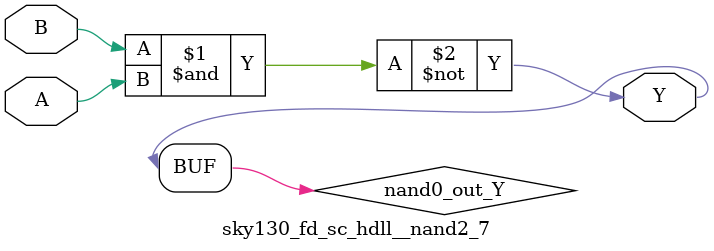
<source format=v>
module sky130_fd_sc_hdll__nand2_7 (
    Y,
    A,
    B
);
    output Y;
    input  A;
    input  B;
    wire nand0_out_Y;
    nand nand0 (nand0_out_Y, B, A           );
    buf  buf0  (Y          , nand0_out_Y    );
endmodule
</source>
